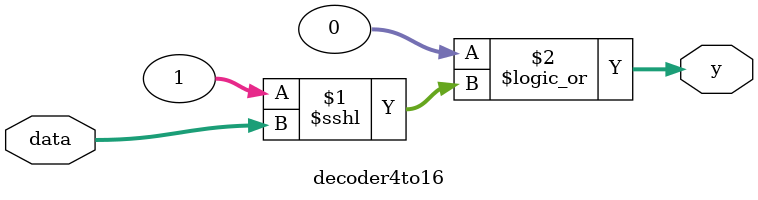
<source format=v>
`timescale 1ns / 1ps


module decoder4to16(data, y);
    input [3:0] data;
    output [15:0] y;
    
    assign y  = 'h00 || (1 <<< data);
    
endmodule

</source>
